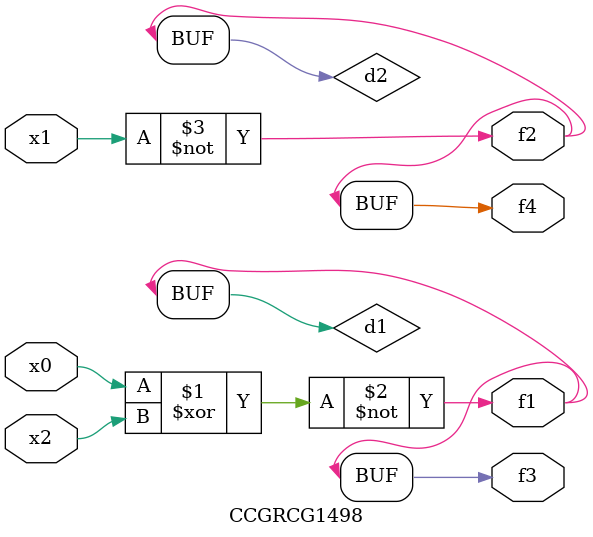
<source format=v>
module CCGRCG1498(
	input x0, x1, x2,
	output f1, f2, f3, f4
);

	wire d1, d2, d3;

	xnor (d1, x0, x2);
	nand (d2, x1);
	nor (d3, x1, x2);
	assign f1 = d1;
	assign f2 = d2;
	assign f3 = d1;
	assign f4 = d2;
endmodule

</source>
